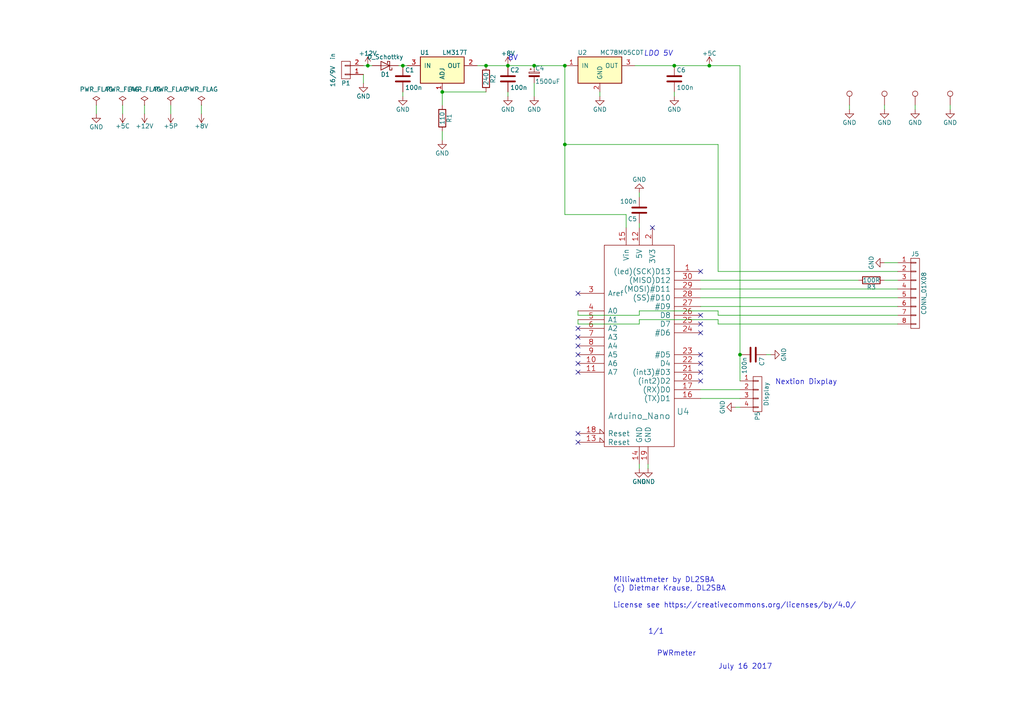
<source format=kicad_sch>
(kicad_sch (version 20230121) (generator eeschema)
  (paper "A4")
  (lib_symbols
    (symbol "PWMeter-rescue:+12V" (power) (pin_names (offset 0))
      (property "Value" "+12V" (at 0 3.556 0))
      (symbol "+12V_0_1"
        (polyline (pts (xy -0.762 1.27) (xy 0 2.54)))
        (polyline (pts (xy 0 0) (xy 0 2.54)))
        (polyline (pts (xy 0 2.54) (xy 0.762 1.27)))
      )
      (symbol "+12V_1_1"
        (pin power_in line (at 0 0 90) (length 0) hide (name "+12V") (number "1"))
      )
    )
    (symbol "PWMeter-rescue:+5C" (power) (pin_names (offset 0))
      (property "Value" "+5C" (at 0 3.556 0))
      (symbol "+5C_0_1"
        (polyline (pts (xy -0.762 1.27) (xy 0 2.54)))
        (polyline (pts (xy 0 0) (xy 0 2.54)))
        (polyline (pts (xy 0 2.54) (xy 0.762 1.27)))
      )
      (symbol "+5C_1_1"
        (pin power_in line (at 0 0 90) (length 0) hide (name "+5C") (number "1"))
      )
    )
    (symbol "PWMeter-rescue:+5P" (power) (pin_names (offset 0))
      (property "Value" "+5P" (at 0 3.556 0))
      (symbol "+5P_0_1"
        (polyline (pts (xy -0.762 1.27) (xy 0 2.54)))
        (polyline (pts (xy 0 0) (xy 0 2.54)))
        (polyline (pts (xy 0 2.54) (xy 0.762 1.27)))
      )
      (symbol "+5P_1_1"
        (pin power_in line (at 0 0 90) (length 0) hide (name "+5P") (number "1"))
      )
    )
    (symbol "PWMeter-rescue:+8V" (power) (pin_names (offset 0))
      (property "Value" "+8V" (at 0 3.556 0))
      (symbol "+8V_0_1"
        (polyline (pts (xy -0.762 1.27) (xy 0 2.54)))
        (polyline (pts (xy 0 0) (xy 0 2.54)))
        (polyline (pts (xy 0 2.54) (xy 0.762 1.27)))
      )
      (symbol "+8V_1_1"
        (pin power_in line (at 0 0 90) (length 0) hide (name "+8V") (number "1"))
      )
    )
    (symbol "PWMeter-rescue:C" (pin_numbers hide) (pin_names (offset 0.254))
      (property "Reference" "C" (at 0.635 2.54 0))
      (property "Value" "C" (at 0.635 -2.54 0))
      (symbol "C_0_1"
        (polyline (pts (xy -2.032 -0.762) (xy 2.032 -0.762)) (stroke (width 0.508)))
        (polyline (pts (xy -2.032 0.762) (xy 2.032 0.762)) (stroke (width 0.508)))
      )
      (symbol "C_1_1"
        (pin passive line (at 0 3.81 270) (length 2.794) (name "~") (number "1"))
        (pin passive line (at 0 -3.81 90) (length 2.794) (name "~") (number "2"))
      )
    )
    (symbol "PWMeter-rescue:CONN_01X02" (pin_names (offset 1.016) hide)
      (property "Reference" "J" (at 0 3.81 0))
      (property "Value" "CONN_01X02" (at 2.54 0 90))
      (symbol "CONN_01X02_0_1"
        (rectangle (start -1.27 -1.143) (end 0.254 -1.397))
        (rectangle (start -1.27 1.397) (end 0.254 1.143))
        (rectangle (start -1.27 2.54) (end 1.27 -2.54))
      )
      (symbol "CONN_01X02_1_1"
        (pin passive line (at -5.08 1.27 0) (length 3.81) (name "P1") (number "1"))
        (pin passive line (at -5.08 -1.27 0) (length 3.81) (name "P2") (number "2"))
      )
    )
    (symbol "PWMeter-rescue:CONN_01X04" (pin_names (offset 1.016) hide)
      (property "Reference" "J" (at 0 6.35 0))
      (property "Value" "CONN_01X04" (at 2.54 0 90))
      (symbol "CONN_01X04_0_1"
        (rectangle (start -1.27 -3.683) (end 0.254 -3.937))
        (rectangle (start -1.27 -1.143) (end 0.254 -1.397))
        (rectangle (start -1.27 1.397) (end 0.254 1.143))
        (rectangle (start -1.27 3.937) (end 0.254 3.683))
        (rectangle (start -1.27 5.08) (end 1.27 -5.08))
      )
      (symbol "CONN_01X04_1_1"
        (pin passive line (at -5.08 3.81 0) (length 3.81) (name "P1") (number "1"))
        (pin passive line (at -5.08 1.27 0) (length 3.81) (name "P2") (number "2"))
        (pin passive line (at -5.08 -1.27 0) (length 3.81) (name "P3") (number "3"))
        (pin passive line (at -5.08 -3.81 0) (length 3.81) (name "P4") (number "4"))
      )
    )
    (symbol "PWMeter-rescue:CONN_01X08" (pin_names (offset 1.016) hide)
      (property "Reference" "J" (at 0 11.43 0))
      (property "Value" "CONN_01X08" (at 2.54 0 90))
      (symbol "CONN_01X08_0_1"
        (rectangle (start -1.27 -10.16) (end 1.27 10.16))
        (rectangle (start -1.27 -8.763) (end 0.254 -9.017))
        (rectangle (start -1.27 -6.223) (end 0.254 -6.477))
        (rectangle (start -1.27 -3.683) (end 0.254 -3.937))
        (rectangle (start -1.27 -1.143) (end 0.254 -1.397))
        (rectangle (start -1.27 1.397) (end 0.254 1.143))
        (rectangle (start -1.27 3.937) (end 0.254 3.683))
        (rectangle (start -1.27 6.477) (end 0.254 6.223))
        (rectangle (start -1.27 9.017) (end 0.254 8.763))
      )
      (symbol "CONN_01X08_1_1"
        (pin passive line (at -5.08 8.89 0) (length 3.81) (name "P1") (number "1"))
        (pin passive line (at -5.08 6.35 0) (length 3.81) (name "P2") (number "2"))
        (pin passive line (at -5.08 3.81 0) (length 3.81) (name "P3") (number "3"))
        (pin passive line (at -5.08 1.27 0) (length 3.81) (name "P4") (number "4"))
        (pin passive line (at -5.08 -1.27 0) (length 3.81) (name "P5") (number "5"))
        (pin passive line (at -5.08 -3.81 0) (length 3.81) (name "P6") (number "6"))
        (pin passive line (at -5.08 -6.35 0) (length 3.81) (name "P7") (number "7"))
        (pin passive line (at -5.08 -8.89 0) (length 3.81) (name "P8") (number "8"))
      )
    )
    (symbol "PWMeter-rescue:CP_Small" (pin_numbers hide) (pin_names (offset 0.254) hide)
      (property "Reference" "C" (at 0.254 1.778 0))
      (property "Value" "CP_Small" (at 0.254 -2.032 0))
      (symbol "CP_Small_0_1"
        (rectangle (start -1.524 -0.3048) (end 1.524 -0.6858) (fill (type outline)))
        (rectangle (start -1.524 0.6858) (end 1.524 0.3048))
        (polyline (pts (xy -1.27 1.524) (xy -0.762 1.524)))
        (polyline (pts (xy -1.016 1.27) (xy -1.016 1.778)))
      )
      (symbol "CP_Small_1_1"
        (pin passive line (at 0 2.54 270) (length 1.8542) (name "~") (number "1"))
        (pin passive line (at 0 -2.54 90) (length 1.8542) (name "~") (number "2"))
      )
    )
    (symbol "PWMeter-rescue:D_Schottky" (pin_numbers hide) (pin_names (offset 1.016) hide)
      (property "Reference" "D" (at 0 2.54 0))
      (property "Value" "D_Schottky" (at 0 -2.54 0))
      (symbol "D_Schottky_0_1"
        (polyline (pts (xy 1.27 0) (xy -1.27 0)))
        (polyline (pts (xy 1.27 1.27) (xy 1.27 -1.27) (xy -1.27 0) (xy 1.27 1.27)) (stroke (width 0.2032)))
        (polyline (pts (xy -1.905 0.635) (xy -1.905 1.27) (xy -1.27 1.27) (xy -1.27 -1.27) (xy -0.635 -1.27) (xy -0.635 -0.635)) (stroke (width 0.2032)))
      )
      (symbol "D_Schottky_1_1"
        (pin passive line (at -3.81 0 0) (length 2.54) (name "K") (number "1"))
        (pin passive line (at 3.81 0 180) (length 2.54) (name "A") (number "2"))
      )
    )
    (symbol "PWMeter-rescue:GND" (power) (pin_names (offset 0))
      (property "Value" "GND" (at 0 -3.81 0))
      (symbol "GND_0_1"
        (polyline (pts (xy 0 0) (xy 0 -1.27) (xy 1.27 -1.27) (xy 0 -2.54) (xy -1.27 -1.27) (xy 0 -1.27)))
      )
      (symbol "GND_1_1"
        (pin power_in line (at 0 0 270) (length 0) hide (name "GND") (number "1"))
      )
    )
    (symbol "PWMeter-rescue:LM317T" (pin_names (offset 1.016))
      (property "Reference" "U" (at -5.08 5.08 0))
      (property "Value" "LM317T" (at 0 5.08 0))
      (symbol "LM317T_0_1"
        (rectangle (start -6.35 3.81) (end 6.35 -3.81) (stroke (width 0.254)) (fill (type background)))
      )
      (symbol "LM317T_1_1"
        (pin input line (at 0 -6.35 90) (length 2.54) (name "ADJ") (number "1"))
        (pin power_out line (at 10.16 1.27 180) (length 3.81) (name "OUT") (number "2"))
        (pin input line (at -10.16 1.27 0) (length 3.81) (name "IN") (number "3"))
      )
    )
    (symbol "PWMeter-rescue:MC78M05CDT" (pin_names (offset 1.016))
      (property "Reference" "U" (at -5.08 5.08 0))
      (property "Value" "MC78M05CDT" (at 0 5.08 0))
      (symbol "MC78M05CDT_0_1"
        (rectangle (start -6.35 3.81) (end 6.35 -3.81) (stroke (width 0.254)) (fill (type background)))
      )
      (symbol "MC78M05CDT_1_1"
        (pin input line (at -10.16 1.27 0) (length 3.81) (name "IN") (number "1"))
        (pin power_in line (at 0 -6.35 90) (length 2.54) (name "GND") (number "2"))
        (pin power_out line (at 10.16 1.27 180) (length 3.81) (name "OUT") (number "3"))
      )
    )
    (symbol "PWMeter-rescue:PWR_FLAG" (power) (pin_numbers hide) (pin_names (offset 0) hide)
      (property "Value" "PWR_FLAG" (at 0 3.81 0))
      (symbol "PWR_FLAG_0_0"
        (pin power_out line (at 0 0 90) (length 0) (name "pwr") (number "1"))
      )
      (symbol "PWR_FLAG_0_1"
        (polyline (pts (xy 0 0) (xy 0 1.27) (xy -1.016 1.905) (xy 0 2.54) (xy 1.016 1.905) (xy 0 1.27)))
      )
    )
    (symbol "PWMeter-rescue:R" (pin_numbers hide) (pin_names (offset 0))
      (property "Reference" "R" (at 2.032 0 90))
      (property "Value" "R" (at 0 0 90))
      (symbol "R_0_1"
        (rectangle (start -1.016 -2.54) (end 1.016 2.54) (stroke (width 0.254)))
      )
      (symbol "R_1_1"
        (pin passive line (at 0 3.81 270) (length 1.27) (name "~") (number "1"))
        (pin passive line (at 0 -3.81 90) (length 1.27) (name "~") (number "2"))
      )
    )
    (symbol "PWMeter-rescue:TEST_1P" (pin_numbers hide) (pin_names (offset 0.762) hide)
      (property "Reference" "J" (at 0 6.858 0))
      (property "Value" "TEST_1P" (at 0 5.08 0))
      (symbol "TEST_1P_0_1"
        (circle (center 0 3.302) (radius 0.762))
      )
      (symbol "TEST_1P_1_1"
        (pin passive line (at 0 0 90) (length 2.54) (name "1") (number "1"))
      )
    )
    (symbol "arduino_nano:Arduino_Nano" (pin_names (offset 1.016))
      (property "Reference" "U" (at 12.7 -24.13 0))
      (property "Value" "Arduino_Nano" (at 19.05 -26.67 0))
      (property "Footprint" "DIL30" (at 0 -1.27 0))
      (symbol "Arduino_Nano_0_0"
        (pin power_in line (at 0 -39.37 90) (length 5.08) (name "GND") (number "14"))
        (pin power_in line (at -3.81 29.21 270) (length 5.08) (name "Vin") (number "15"))
      )
      (symbol "Arduino_Nano_0_1"
        (rectangle (start -10.16 24.13) (end 10.16 -34.29))
      )
      (symbol "Arduino_Nano_1_1"
        (pin input line (at 17.78 16.51 180) (length 7.62) (name "(led)(SCK)D13") (number "1"))
        (pin bidirectional line (at -17.78 -10.16 0) (length 7.62) (name "A6") (number "10"))
        (pin bidirectional line (at -17.78 -12.7 0) (length 7.62) (name "A7") (number "11"))
        (pin power_out line (at 0 29.21 270) (length 5.08) (name "5V") (number "12"))
        (pin input input_low (at -17.78 -33.02 0) (length 7.62) (name "Reset") (number "13"))
        (pin bidirectional line (at 17.78 -20.32 180) (length 7.62) (name "(TX)D1") (number "16"))
        (pin bidirectional line (at 17.78 -17.78 180) (length 7.62) (name "(RX)D0") (number "17"))
        (pin input input_low (at -17.78 -30.48 0) (length 7.62) (name "Reset") (number "18"))
        (pin power_in line (at 2.54 -39.37 90) (length 5.08) (name "GND") (number "19"))
        (pin power_out line (at 3.81 29.21 270) (length 5.08) (name "3V3") (number "2"))
        (pin bidirectional line (at 17.78 -15.24 180) (length 7.62) (name "(int2)D2") (number "20"))
        (pin bidirectional line (at 17.78 -12.7 180) (length 7.62) (name "(int3)#D3") (number "21"))
        (pin bidirectional line (at 17.78 -10.16 180) (length 7.62) (name "D4") (number "22"))
        (pin bidirectional line (at 17.78 -7.62 180) (length 7.62) (name "#D5") (number "23"))
        (pin bidirectional line (at 17.78 -1.27 180) (length 7.62) (name "#D6") (number "24"))
        (pin bidirectional line (at 17.78 1.27 180) (length 7.62) (name "D7") (number "25"))
        (pin bidirectional line (at 17.78 3.81 180) (length 7.62) (name "D8") (number "26"))
        (pin bidirectional line (at 17.78 6.35 180) (length 7.62) (name "#D9") (number "27"))
        (pin bidirectional line (at 17.78 8.89 180) (length 7.62) (name "(SS)#D10") (number "28"))
        (pin bidirectional line (at 17.78 11.43 180) (length 7.62) (name "(MOSI)#D11") (number "29"))
        (pin input line (at -17.78 10.16 0) (length 7.62) (name "Aref") (number "3"))
        (pin bidirectional line (at 17.78 13.97 180) (length 7.62) (name "(MISO)D12") (number "30"))
        (pin bidirectional line (at -17.78 5.08 0) (length 7.62) (name "A0") (number "4"))
        (pin bidirectional line (at -17.78 2.54 0) (length 7.62) (name "A1") (number "5"))
        (pin bidirectional line (at -17.78 0 0) (length 7.62) (name "A2") (number "6"))
        (pin bidirectional line (at -17.78 -2.54 0) (length 7.62) (name "A3") (number "7"))
        (pin bidirectional line (at -17.78 -5.08 0) (length 7.62) (name "A4") (number "8"))
        (pin bidirectional line (at -17.78 -7.62 0) (length 7.62) (name "A5") (number "9"))
      )
    )
  )
  (junction (at 214.63 102.87))
  (junction (at 163.83 19.05))
  (junction (at 163.83 41.91))
  (junction (at 205.74 19.05))
  (junction (at 106.68 19.05))
  (junction (at 195.58 19.05))
  (junction (at 116.84 19.05))
  (junction (at 140.97 19.05))
  (junction (at 147.32 19.05))
  (junction (at 154.94 19.05))
  (junction (at 128.27 26.67))
  (no_connect (at 203.2 102.87))
  (no_connect (at 203.2 93.98))
  (no_connect (at 167.64 128.27))
  (no_connect (at 203.2 105.41))
  (no_connect (at 189.23 66.04))
  (no_connect (at 167.64 100.33))
  (no_connect (at 167.64 105.41))
  (no_connect (at 167.64 97.79))
  (no_connect (at 167.64 85.09))
  (no_connect (at 167.64 107.95))
  (no_connect (at 203.2 96.52))
  (no_connect (at 203.2 91.44))
  (no_connect (at 167.64 125.73))
  (no_connect (at 167.64 95.25))
  (no_connect (at 203.2 78.74))
  (no_connect (at 167.64 102.87))
  (no_connect (at 203.2 110.49))
  (no_connect (at 203.2 107.95))
  (wire (pts (xy 173.99 26.67) (xy 173.99 27.94)))
  (wire (pts (xy 107.95 19.05) (xy 106.68 19.05)))
  (wire (pts (xy 260.35 91.44) (xy 208.28 91.44)))
  (wire (pts (xy 147.32 26.67) (xy 147.32 27.94)))
  (wire (pts (xy 116.84 19.05) (xy 118.11 19.05)))
  (wire (pts (xy 185.42 93.98) (xy 185.42 92.71)))
  (wire (pts (xy 185.42 57.15) (xy 185.42 55.88)))
  (wire (pts (xy 260.35 76.2) (xy 256.54 76.2)))
  (wire (pts (xy 167.64 92.71) (xy 167.64 93.98)))
  (wire (pts (xy 163.83 41.91) (xy 163.83 62.23)))
  (wire (pts (xy 195.58 19.05) (xy 205.74 19.05)))
  (wire (pts (xy 185.42 64.77) (xy 185.42 66.04)))
  (wire (pts (xy 203.2 83.82) (xy 260.35 83.82)))
  (wire (pts (xy 35.56 30.48) (xy 35.56 33.02)))
  (wire (pts (xy 27.94 30.48) (xy 27.94 33.02)))
  (wire (pts (xy 214.63 102.87) (xy 214.63 110.49)))
  (wire (pts (xy 163.83 62.23) (xy 181.61 62.23)))
  (wire (pts (xy 187.96 134.62) (xy 187.96 135.89)))
  (wire (pts (xy 208.28 78.74) (xy 208.28 41.91)))
  (wire (pts (xy 248.92 81.28) (xy 203.2 81.28)))
  (wire (pts (xy 208.28 90.17) (xy 185.42 90.17)))
  (wire (pts (xy 208.28 41.91) (xy 163.83 41.91)))
  (wire (pts (xy 275.59 30.48) (xy 275.59 31.75)))
  (wire (pts (xy 208.28 92.71) (xy 208.28 93.98)))
  (wire (pts (xy 167.64 93.98) (xy 185.42 93.98)))
  (wire (pts (xy 147.32 19.05) (xy 154.94 19.05)))
  (wire (pts (xy 195.58 26.67) (xy 195.58 27.94)))
  (wire (pts (xy 105.41 21.59) (xy 105.41 24.13)))
  (wire (pts (xy 154.94 19.05) (xy 163.83 19.05)))
  (wire (pts (xy 265.43 30.48) (xy 265.43 31.75)))
  (wire (pts (xy 203.2 115.57) (xy 214.63 115.57)))
  (wire (pts (xy 208.28 93.98) (xy 260.35 93.98)))
  (wire (pts (xy 58.42 30.48) (xy 58.42 33.02)))
  (wire (pts (xy 138.43 19.05) (xy 140.97 19.05)))
  (wire (pts (xy 41.91 30.48) (xy 41.91 33.02)))
  (wire (pts (xy 116.84 26.67) (xy 116.84 27.94)))
  (wire (pts (xy 208.28 78.74) (xy 260.35 78.74)))
  (wire (pts (xy 208.28 91.44) (xy 208.28 90.17)))
  (wire (pts (xy 185.42 91.44) (xy 167.64 91.44)))
  (wire (pts (xy 185.42 92.71) (xy 208.28 92.71)))
  (wire (pts (xy 260.35 81.28) (xy 256.54 81.28)))
  (wire (pts (xy 140.97 26.67) (xy 128.27 26.67)))
  (wire (pts (xy 106.68 19.05) (xy 105.41 19.05)))
  (wire (pts (xy 185.42 90.17) (xy 185.42 91.44)))
  (wire (pts (xy 167.64 91.44) (xy 167.64 90.17)))
  (wire (pts (xy 115.57 19.05) (xy 116.84 19.05)))
  (wire (pts (xy 184.15 19.05) (xy 195.58 19.05)))
  (wire (pts (xy 214.63 19.05) (xy 214.63 102.87)))
  (wire (pts (xy 222.25 102.87) (xy 223.52 102.87)))
  (wire (pts (xy 203.2 113.03) (xy 214.63 113.03)))
  (wire (pts (xy 128.27 38.1) (xy 128.27 40.64)))
  (wire (pts (xy 205.74 19.05) (xy 214.63 19.05)))
  (wire (pts (xy 128.27 26.67) (xy 128.27 30.48)))
  (wire (pts (xy 185.42 134.62) (xy 185.42 135.89)))
  (wire (pts (xy 49.53 30.48) (xy 49.53 33.02)))
  (wire (pts (xy 203.2 86.36) (xy 260.35 86.36)))
  (wire (pts (xy 154.94 24.13) (xy 154.94 27.94)))
  (wire (pts (xy 256.54 30.48) (xy 256.54 31.75)))
  (wire (pts (xy 181.61 62.23) (xy 181.61 66.04)))
  (wire (pts (xy 163.83 19.05) (xy 163.83 41.91)))
  (wire (pts (xy 140.97 19.05) (xy 147.32 19.05)))
  (wire (pts (xy 214.63 118.11) (xy 213.36 118.11)))
  (wire (pts (xy 246.38 30.48) (xy 246.38 31.75)))
  (wire (pts (xy 203.2 88.9) (xy 260.35 88.9)))
  (text "Nextion Dixplay\n" (at 224.79 111.76 0) (effects (font (size 1.524 1.524)) (justify left bottom)))
  (text "LDO 5V" (at 186.69 16.51 0) (effects (font (size 1.524 1.524) italic) (justify left bottom)))
  (text "PWRmeter" (at 190.5 190.5 0) (effects (font (size 1.524 1.524)) (justify left bottom)))
  (text "Milliwattmeter by DL2SBA\n(c) Dietmar Krause, DL2SBA\n\nLicense see https://creativecommons.org/licenses/by/4.0/" (at 177.8 176.53 0) (effects (font (size 1.524 1.524)) (justify left bottom)))
  (text "1/1" (at 187.96 184.15 0) (effects (font (size 1.524 1.524)) (justify left bottom)))
  (text "8V\n" (at 147.32 17.78 0) (effects (font (size 1.524 1.524)) (justify left bottom)))
  (text "July 16 2017" (at 208.28 194.31 0) (effects (font (size 1.524 1.524)) (justify left bottom)))
  (symbol (lib_id "arduino_nano:Arduino_Nano") (at 185.42 95.25 0) (unit 1)
    (property "Reference" "U4" (at 198.12 119.38 0) (effects (font (size 1.778 1.778))))
    (property "Value" "Arduino_Nano" (at 185.42 120.65 0) (effects (font (size 1.778 1.778))))
    (property "Footprint" "arduino:arduino_nano" (effects hide))
  )
  (symbol (lib_id "PWMeter-rescue:CONN_01X04") (at 219.71 114.3 0) (unit 1)
    (property "Reference" "P5" (at 219.71 120.65 90))
    (property "Value" "Display" (at 222.25 114.3 90))
    (property "Footprint" "Connectors_Molex:Molex_KK-6410-04_04x2.54mm_Straight" (effects hide))
  )
  (symbol (lib_id "PWMeter-rescue:LM317T") (at 128.27 20.32 0) (unit 1)
    (property "Reference" "U1" (at 123.19 15.24 0))
    (property "Value" "LM317T" (at 128.27 15.24 0) (effects (justify left)))
    (property "Footprint" "TO_SOT_Packages_THT:TO-220_Neutral123_Horizontal_LargePads" (effects hide))
  )
  (symbol (lib_id "PWMeter-rescue:MC78M05CDT") (at 173.99 20.32 0) (unit 1)
    (property "Reference" "U2" (at 168.91 15.24 0))
    (property "Value" "MC78M05CDT" (at 173.99 15.24 0) (effects (justify left)))
    (property "Footprint" "TO_SOT_Packages_SMD:TO-252-2Lead" (effects hide))
  )
  (symbol (lib_id "PWMeter-rescue:GND") (at 213.36 118.11 270) (unit 1)
    (property "Reference" "#PWR01" (effects hide))
    (property "Value" "GND" (at 209.55 118.11 0))
  )
  (symbol (lib_id "PWMeter-rescue:GND") (at 187.96 135.89 0) (unit 1)
    (property "Reference" "#PWR02" (effects hide))
    (property "Value" "GND" (at 187.96 139.7 0))
  )
  (symbol (lib_id "PWMeter-rescue:GND") (at 185.42 135.89 0) (unit 1)
    (property "Reference" "#PWR03" (effects hide))
    (property "Value" "GND" (at 185.42 139.7 0))
  )
  (symbol (lib_id "PWMeter-rescue:GND") (at 256.54 76.2 270) (unit 1)
    (property "Reference" "#PWR04" (effects hide))
    (property "Value" "GND" (at 252.73 76.2 0))
  )
  (symbol (lib_id "PWMeter-rescue:GND") (at 173.99 27.94 0) (unit 1)
    (property "Reference" "#PWR05" (effects hide))
    (property "Value" "GND" (at 173.99 31.75 0))
  )
  (symbol (lib_id "PWMeter-rescue:GND") (at 128.27 40.64 0) (unit 1)
    (property "Reference" "#PWR06" (effects hide))
    (property "Value" "GND" (at 128.27 44.45 0))
  )
  (symbol (lib_id "PWMeter-rescue:R") (at 128.27 34.29 0) (unit 1)
    (property "Reference" "R1" (at 130.302 34.29 90))
    (property "Value" "110" (at 128.27 34.29 90))
    (property "Footprint" "Capacitors_SMD:C_0805_HandSoldering" (effects hide))
  )
  (symbol (lib_id "PWMeter-rescue:R") (at 140.97 22.86 0) (unit 1)
    (property "Reference" "R2" (at 143.002 22.86 90))
    (property "Value" "240" (at 140.97 22.86 90))
    (property "Footprint" "Capacitors_SMD:C_0805_HandSoldering" (effects hide))
  )
  (symbol (lib_id "PWMeter-rescue:CONN_01X02") (at 100.33 20.32 180) (unit 1)
    (property "Reference" "P1" (at 100.33 24.13 0))
    (property "Value" "16/9V  in" (at 96.52 20.32 90))
    (property "Footprint" "Connectors_Molex:Molex_KK-6410-02_02x2.54mm_Straight" (effects hide))
  )
  (symbol (lib_id "PWMeter-rescue:GND") (at 105.41 24.13 0) (unit 1)
    (property "Reference" "#PWR07" (effects hide))
    (property "Value" "GND" (at 105.41 27.94 0))
  )
  (symbol (lib_id "PWMeter-rescue:D_Schottky") (at 111.76 19.05 180) (unit 1)
    (property "Reference" "D1" (at 111.76 21.59 0))
    (property "Value" "D_Schottky" (at 111.76 16.51 0))
    (property "Footprint" "Diodes_SMD:SMB_Handsoldering" (effects hide))
  )
  (symbol (lib_id "PWMeter-rescue:C") (at 116.84 22.86 0) (unit 1)
    (property "Reference" "C1" (at 117.475 20.32 0) (effects (justify left)))
    (property "Value" "100n" (at 117.475 25.4 0) (effects (justify left)))
    (property "Footprint" "Capacitors_SMD:C_1206_HandSoldering" (effects hide))
  )
  (symbol (lib_id "PWMeter-rescue:C") (at 147.32 22.86 0) (unit 1)
    (property "Reference" "C2" (at 147.955 20.32 0) (effects (justify left)))
    (property "Value" "100n" (at 147.955 25.4 0) (effects (justify left)))
    (property "Footprint" "Capacitors_SMD:C_1206_HandSoldering" (effects hide))
  )
  (symbol (lib_id "PWMeter-rescue:C") (at 195.58 22.86 0) (unit 1)
    (property "Reference" "C6" (at 196.215 20.32 0) (effects (justify left)))
    (property "Value" "100n" (at 196.215 25.4 0) (effects (justify left)))
    (property "Footprint" "Capacitors_SMD:C_1206_HandSoldering" (effects hide))
  )
  (symbol (lib_id "PWMeter-rescue:C") (at 185.42 60.96 180) (unit 1)
    (property "Reference" "C5" (at 184.785 63.5 0) (effects (justify left)))
    (property "Value" "100n" (at 184.785 58.42 0) (effects (justify left)))
    (property "Footprint" "Capacitors_SMD:C_1206_HandSoldering" (effects hide))
  )
  (symbol (lib_id "PWMeter-rescue:C") (at 218.44 102.87 270) (unit 1)
    (property "Reference" "C7" (at 220.98 103.505 0) (effects (justify left)))
    (property "Value" "100n" (at 215.9 103.505 0) (effects (justify left)))
    (property "Footprint" "Capacitors_SMD:C_1206_HandSoldering" (effects hide))
  )
  (symbol (lib_id "PWMeter-rescue:CP_Small") (at 154.94 21.59 0) (unit 1)
    (property "Reference" "C4" (at 155.194 19.812 0) (effects (justify left)))
    (property "Value" "1500uF" (at 155.194 23.622 0) (effects (justify left)))
    (property "Footprint" "Capacitors_SMD:c_elec_6.3x7.7" (effects hide))
  )
  (symbol (lib_id "PWMeter-rescue:GND") (at 223.52 102.87 90) (unit 1)
    (property "Reference" "#PWR08" (effects hide))
    (property "Value" "GND" (at 227.33 102.87 0))
  )
  (symbol (lib_id "PWMeter-rescue:GND") (at 116.84 27.94 0) (unit 1)
    (property "Reference" "#PWR09" (effects hide))
    (property "Value" "GND" (at 116.84 31.75 0))
  )
  (symbol (lib_id "PWMeter-rescue:GND") (at 147.32 27.94 0) (unit 1)
    (property "Reference" "#PWR010" (effects hide))
    (property "Value" "GND" (at 147.32 31.75 0))
  )
  (symbol (lib_id "PWMeter-rescue:GND") (at 154.94 27.94 0) (unit 1)
    (property "Reference" "#PWR011" (effects hide))
    (property "Value" "GND" (at 154.94 31.75 0))
  )
  (symbol (lib_id "PWMeter-rescue:GND") (at 195.58 27.94 0) (unit 1)
    (property "Reference" "#PWR012" (effects hide))
    (property "Value" "GND" (at 195.58 31.75 0))
  )
  (symbol (lib_id "PWMeter-rescue:GND") (at 185.42 55.88 180) (unit 1)
    (property "Reference" "#PWR013" (effects hide))
    (property "Value" "GND" (at 185.42 52.07 0))
  )
  (symbol (lib_id "PWMeter-rescue:PWR_FLAG") (at 27.94 30.48 0) (unit 1)
    (property "Reference" "#FLG014" (effects hide))
    (property "Value" "PWR_FLAG" (at 27.94 25.908 0))
  )
  (symbol (lib_id "PWMeter-rescue:PWR_FLAG") (at 41.91 30.48 0) (unit 1)
    (property "Reference" "#FLG015" (effects hide))
    (property "Value" "PWR_FLAG" (at 41.91 25.908 0))
  )
  (symbol (lib_id "PWMeter-rescue:GND") (at 27.94 33.02 0) (unit 1)
    (property "Reference" "#PWR016" (effects hide))
    (property "Value" "GND" (at 27.94 36.83 0))
  )
  (symbol (lib_id "PWMeter-rescue:+12V") (at 41.91 33.02 180) (unit 1)
    (property "Reference" "#PWR017" (effects hide))
    (property "Value" "+12V" (at 41.91 36.576 0))
  )
  (symbol (lib_id "PWMeter-rescue:PWR_FLAG") (at 35.56 30.48 0) (unit 1)
    (property "Reference" "#FLG018" (effects hide))
    (property "Value" "PWR_FLAG" (at 35.56 25.908 0))
  )
  (symbol (lib_id "PWMeter-rescue:PWR_FLAG") (at 49.53 30.48 0) (unit 1)
    (property "Reference" "#FLG019" (effects hide))
    (property "Value" "PWR_FLAG" (at 49.53 25.908 0))
  )
  (symbol (lib_id "PWMeter-rescue:+5C") (at 35.56 33.02 180) (unit 1)
    (property "Reference" "#PWR020" (effects hide))
    (property "Value" "+5C" (at 35.56 36.576 0))
  )
  (symbol (lib_id "PWMeter-rescue:+5P") (at 49.53 33.02 180) (unit 1)
    (property "Reference" "#PWR021" (effects hide))
    (property "Value" "+5P" (at 49.53 36.576 0))
  )
  (symbol (lib_id "PWMeter-rescue:PWR_FLAG") (at 58.42 30.48 0) (unit 1)
    (property "Reference" "#FLG022" (effects hide))
    (property "Value" "PWR_FLAG" (at 58.42 25.908 0))
  )
  (symbol (lib_id "PWMeter-rescue:+8V") (at 58.42 33.02 180) (unit 1)
    (property "Reference" "#PWR023" (effects hide))
    (property "Value" "+8V" (at 58.42 36.576 0))
  )
  (symbol (lib_id "PWMeter-rescue:+12V") (at 106.68 19.05 0) (unit 1)
    (property "Reference" "#PWR024" (effects hide))
    (property "Value" "+12V" (at 106.68 15.494 0))
  )
  (symbol (lib_id "PWMeter-rescue:+8V") (at 147.32 19.05 0) (unit 1)
    (property "Reference" "#PWR025" (effects hide))
    (property "Value" "+8V" (at 147.32 15.494 0))
  )
  (symbol (lib_id "PWMeter-rescue:+5C") (at 205.74 19.05 0) (unit 1)
    (property "Reference" "#PWR026" (effects hide))
    (property "Value" "+5C" (at 205.74 15.494 0))
  )
  (symbol (lib_id "PWMeter-rescue:TEST_1P") (at 265.43 30.48 0) (unit 1)
    (property "Reference" "J1" (effects hide))
    (property "Value" "TEST_1P" (effects hide))
    (property "Footprint" "Mounting_Holes:MountingHole_3.2mm_M3_Pad" (effects hide))
  )
  (symbol (lib_id "PWMeter-rescue:TEST_1P") (at 275.59 30.48 0) (unit 1)
    (property "Reference" "J2" (effects hide))
    (property "Value" "TEST_1P" (effects hide))
    (property "Footprint" "Mounting_Holes:MountingHole_3.2mm_M3_Pad" (effects hide))
  )
  (symbol (lib_id "PWMeter-rescue:GND") (at 265.43 31.75 0) (unit 1)
    (property "Reference" "#PWR027" (effects hide))
    (property "Value" "GND" (at 265.43 35.56 0))
  )
  (symbol (lib_id "PWMeter-rescue:GND") (at 275.59 31.75 0) (unit 1)
    (property "Reference" "#PWR028" (effects hide))
    (property "Value" "GND" (at 275.59 35.56 0))
  )
  (symbol (lib_id "PWMeter-rescue:TEST_1P") (at 246.38 30.48 0) (unit 1)
    (property "Reference" "J3" (effects hide))
    (property "Value" "TEST_1P" (effects hide))
    (property "Footprint" "Mounting_Holes:MountingHole_3.2mm_M3_Pad" (effects hide))
  )
  (symbol (lib_id "PWMeter-rescue:TEST_1P") (at 256.54 30.48 0) (unit 1)
    (property "Reference" "J4" (effects hide))
    (property "Value" "TEST_1P" (effects hide))
    (property "Footprint" "Mounting_Holes:MountingHole_3.2mm_M3_Pad" (effects hide))
  )
  (symbol (lib_id "PWMeter-rescue:GND") (at 246.38 31.75 0) (unit 1)
    (property "Reference" "#PWR029" (effects hide))
    (property "Value" "GND" (at 246.38 35.56 0))
  )
  (symbol (lib_id "PWMeter-rescue:GND") (at 256.54 31.75 0) (unit 1)
    (property "Reference" "#PWR030" (effects hide))
    (property "Value" "GND" (at 256.54 35.56 0))
  )
  (symbol (lib_id "PWMeter-rescue:CONN_01X08") (at 265.43 85.09 0) (unit 1)
    (property "Reference" "J5" (at 265.43 73.66 0))
    (property "Value" "CONN_01X08" (at 267.97 85.09 90))
    (property "Footprint" "conn_kk100:kk100_22-23-2081" (effects hide))
  )
  (symbol (lib_id "PWMeter-rescue:R") (at 252.73 81.28 270) (unit 1)
    (property "Reference" "R3" (at 252.73 83.312 90))
    (property "Value" "100R" (at 252.73 81.28 90))
    (property "Footprint" "Resistors_SMD:R_0805_HandSoldering" (effects hide))
  )
)
</source>
